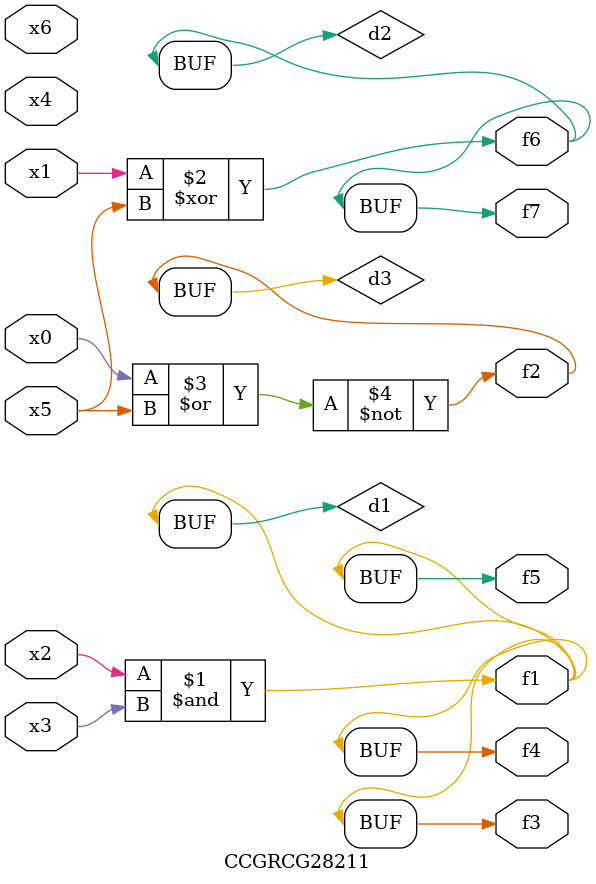
<source format=v>
module CCGRCG28211(
	input x0, x1, x2, x3, x4, x5, x6,
	output f1, f2, f3, f4, f5, f6, f7
);

	wire d1, d2, d3;

	and (d1, x2, x3);
	xor (d2, x1, x5);
	nor (d3, x0, x5);
	assign f1 = d1;
	assign f2 = d3;
	assign f3 = d1;
	assign f4 = d1;
	assign f5 = d1;
	assign f6 = d2;
	assign f7 = d2;
endmodule

</source>
